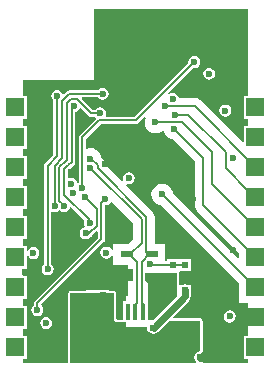
<source format=gbl>
G04 Layer_Physical_Order=4*
G04 Layer_Color=16711680*
%FSLAX44Y44*%
%MOMM*%
G71*
G01*
G75*
%ADD11R,1.1000X0.6000*%
%ADD21R,0.6000X0.5500*%
%ADD22R,0.5000X0.6500*%
%ADD29R,0.5500X0.6000*%
%ADD30C,0.2000*%
%ADD34R,1.5000X1.5000*%
%ADD35C,0.6000*%
%ADD36C,0.6000*%
%ADD37R,2.3000X1.9000*%
%ADD38R,0.4000X1.4000*%
%ADD39R,1.7750X1.9000*%
%ADD40R,1.1000X1.0000*%
G36*
X615000Y1531100D02*
X612100D01*
Y1512100D01*
X615000D01*
Y1505700D01*
X612100D01*
Y1492451D01*
X610927Y1491965D01*
X575149Y1527742D01*
X573687Y1528864D01*
X571984Y1529570D01*
X570157Y1529810D01*
X556887D01*
X556710Y1530701D01*
X555605Y1532355D01*
X553951Y1533460D01*
X552000Y1533848D01*
X550049Y1533460D01*
X548614Y1532501D01*
X547809Y1533483D01*
X569356Y1555030D01*
X570000Y1554902D01*
X571951Y1555290D01*
X573605Y1556395D01*
X574710Y1558049D01*
X575098Y1560000D01*
X574710Y1561951D01*
X573605Y1563605D01*
X571951Y1564710D01*
X570000Y1565098D01*
X568049Y1564710D01*
X566395Y1563605D01*
X565290Y1561951D01*
X564902Y1560000D01*
X565030Y1559356D01*
X519233Y1513559D01*
X495328D01*
X494799Y1514549D01*
X495187Y1516500D01*
X494799Y1518451D01*
X493694Y1520105D01*
X492040Y1521210D01*
X490089Y1521598D01*
X488138Y1521210D01*
X486484Y1520105D01*
X486119Y1519559D01*
X483767D01*
X474558Y1528768D01*
X475044Y1529941D01*
X488344D01*
X488709Y1529395D01*
X490363Y1528290D01*
X492313Y1527902D01*
X494264Y1528290D01*
X495918Y1529395D01*
X497023Y1531049D01*
X497411Y1533000D01*
X497023Y1534951D01*
X495918Y1536605D01*
X494264Y1537710D01*
X492313Y1538098D01*
X490363Y1537710D01*
X488709Y1536605D01*
X488344Y1536059D01*
X464250D01*
X464250Y1536059D01*
X463079Y1535826D01*
X462087Y1535163D01*
X462087Y1535163D01*
X459693Y1532769D01*
X458477Y1533137D01*
X458462Y1533212D01*
X457357Y1534866D01*
X455704Y1535971D01*
X453753Y1536359D01*
X451802Y1535971D01*
X450148Y1534866D01*
X449043Y1533212D01*
X448655Y1531261D01*
X449043Y1529310D01*
X450148Y1527657D01*
X450694Y1527292D01*
Y1481225D01*
X443587Y1474119D01*
X442924Y1473126D01*
X442691Y1471956D01*
X442691Y1471956D01*
Y1388470D01*
X442145Y1388105D01*
X441040Y1386451D01*
X440652Y1384500D01*
X441040Y1382549D01*
X442145Y1380895D01*
X443799Y1379790D01*
X445750Y1379402D01*
X447701Y1379790D01*
X449355Y1380895D01*
X450460Y1382549D01*
X450848Y1384500D01*
X450460Y1386451D01*
X449355Y1388105D01*
X448809Y1388470D01*
Y1432761D01*
X449799Y1433290D01*
X451750Y1432902D01*
X453701Y1433290D01*
X455355Y1434395D01*
X456145D01*
X457799Y1433290D01*
X459750Y1432902D01*
X461701Y1433290D01*
X463355Y1434395D01*
X464460Y1436049D01*
X464639Y1436951D01*
X465855Y1437320D01*
X476914Y1426260D01*
X476540Y1425701D01*
X476152Y1423750D01*
X476540Y1421799D01*
X477080Y1420992D01*
X476594Y1419818D01*
X476049Y1419710D01*
X474395Y1418605D01*
X473290Y1416951D01*
X472902Y1415000D01*
X473290Y1413049D01*
X474395Y1411395D01*
X476049Y1410290D01*
X478000Y1409902D01*
X479951Y1410290D01*
X481605Y1411395D01*
X482121Y1412167D01*
X482156Y1412174D01*
X483148Y1412837D01*
X487018Y1416707D01*
X488191Y1416221D01*
Y1411267D01*
X434837Y1357913D01*
X434174Y1356921D01*
X433941Y1355750D01*
X433941Y1355750D01*
Y1353970D01*
X433395Y1353605D01*
X432290Y1351951D01*
X431902Y1350000D01*
X432290Y1348049D01*
X433395Y1346395D01*
X435049Y1345290D01*
X437000Y1344902D01*
X438951Y1345290D01*
X440605Y1346395D01*
X441710Y1348049D01*
X442098Y1350000D01*
X441710Y1351951D01*
X440605Y1353605D01*
X440583Y1353619D01*
X440459Y1354883D01*
X493413Y1407837D01*
X494076Y1408829D01*
X494309Y1410000D01*
Y1438290D01*
X494750Y1438652D01*
X496701Y1439040D01*
X498355Y1440145D01*
X499207Y1441420D01*
X500471Y1441544D01*
X518190Y1423826D01*
Y1409924D01*
X514265Y1406000D01*
X501250D01*
Y1401082D01*
X500035Y1400713D01*
X499105Y1402105D01*
X497451Y1403210D01*
X495500Y1403598D01*
X493549Y1403210D01*
X491895Y1402105D01*
X490790Y1400451D01*
X490402Y1398500D01*
X490790Y1396549D01*
X491895Y1394895D01*
X493549Y1393790D01*
X495500Y1393402D01*
X497451Y1393790D01*
X499105Y1394895D01*
X500035Y1396287D01*
X501250Y1395918D01*
Y1388000D01*
X514015D01*
X514190Y1387825D01*
Y1361500D01*
X512000D01*
Y1357500D01*
X509500D01*
Y1341539D01*
X504932D01*
X504884Y1341780D01*
X504442Y1342442D01*
X504039Y1342711D01*
Y1364000D01*
X503884Y1364780D01*
X503442Y1365442D01*
X502780Y1365884D01*
X502000Y1366039D01*
X497500D01*
Y1367250D01*
X488500D01*
Y1366750D01*
X487750D01*
Y1366750D01*
X478250D01*
Y1366039D01*
X465000D01*
X464220Y1365884D01*
X463558Y1365442D01*
X463116Y1364780D01*
X462961Y1364000D01*
Y1305000D01*
X425000D01*
Y1308900D01*
X427900D01*
Y1327900D01*
X425000D01*
Y1334300D01*
X427900D01*
Y1353300D01*
X425000D01*
Y1359700D01*
X427900D01*
Y1378700D01*
X425000D01*
Y1385100D01*
X427900D01*
Y1395818D01*
X429115Y1396187D01*
X430145Y1394645D01*
X431799Y1393540D01*
X433750Y1393152D01*
X435701Y1393540D01*
X437355Y1394645D01*
X438460Y1396299D01*
X438848Y1398250D01*
X438460Y1400201D01*
X437355Y1401855D01*
X435701Y1402960D01*
X433750Y1403348D01*
X431799Y1402960D01*
X430145Y1401855D01*
X429115Y1400313D01*
X427900Y1400682D01*
Y1404100D01*
X425000D01*
Y1410500D01*
X427900D01*
Y1429500D01*
X425000D01*
Y1435900D01*
X427900D01*
Y1454900D01*
X425000D01*
Y1461300D01*
X427900D01*
Y1480300D01*
X425000D01*
Y1486700D01*
X427900D01*
Y1505700D01*
X425000D01*
Y1512100D01*
X427900D01*
Y1531100D01*
X425000D01*
Y1545000D01*
X485000D01*
Y1605000D01*
X615000D01*
Y1531100D01*
D02*
G37*
G36*
X528970Y1512883D02*
X528232Y1511100D01*
X527922Y1508750D01*
X528232Y1506400D01*
X529138Y1504211D01*
X530581Y1502331D01*
X532461Y1500889D01*
X534650Y1499982D01*
X537000Y1499672D01*
X539350Y1499982D01*
X541539Y1500889D01*
X542781Y1501842D01*
X543955Y1501356D01*
X543982Y1501151D01*
X544889Y1498961D01*
X546331Y1497081D01*
X548211Y1495639D01*
X550401Y1494732D01*
X551705Y1494560D01*
X570190Y1476076D01*
Y1438950D01*
X570190Y1438950D01*
X570190D01*
X570430Y1437123D01*
X571135Y1435420D01*
X572257Y1433958D01*
X608100Y1398115D01*
Y1394344D01*
X606927Y1393858D01*
X551683Y1449102D01*
X551518Y1450350D01*
X550611Y1452539D01*
X549169Y1454419D01*
X547289Y1455862D01*
X545099Y1456768D01*
X542750Y1457078D01*
X540401Y1456768D01*
X538211Y1455862D01*
X536331Y1454419D01*
X534889Y1452539D01*
X533982Y1450350D01*
X533672Y1448000D01*
X533982Y1445651D01*
X534889Y1443461D01*
X536331Y1441581D01*
X538211Y1440139D01*
X540401Y1439232D01*
X541763Y1439052D01*
X608100Y1372715D01*
Y1355700D01*
X615000D01*
Y1327900D01*
X612100D01*
Y1308900D01*
X615000D01*
Y1305000D01*
X580979D01*
X573972Y1305690D01*
X573694Y1306415D01*
D01*
X573665Y1306512D01*
Y1306613D01*
X573550Y1306890D01*
X573463Y1307177D01*
X573399Y1307255D01*
X573360Y1307348D01*
X573148Y1307560D01*
X572958Y1307792D01*
X572891Y1307828D01*
X572211Y1308845D01*
X571981Y1310000D01*
X572211Y1311155D01*
X572865Y1312135D01*
X573845Y1312789D01*
X575398Y1313098D01*
X575583Y1313175D01*
X575780Y1313214D01*
X575947Y1313326D01*
X576133Y1313403D01*
X576275Y1313544D01*
X576442Y1313656D01*
X576553Y1313823D01*
X576696Y1313965D01*
X576772Y1314151D01*
X576884Y1314318D01*
X576923Y1314515D01*
X577000Y1314700D01*
Y1314901D01*
X577039Y1315098D01*
Y1341000D01*
X576884Y1341780D01*
X576442Y1342442D01*
X575780Y1342884D01*
X575000Y1343039D01*
X552479D01*
X551993Y1344212D01*
X565605Y1357824D01*
X566710Y1359478D01*
X566710Y1359478D01*
X566710Y1359478D01*
X567098Y1361429D01*
Y1366500D01*
X567000Y1366992D01*
Y1371250D01*
X563749D01*
X562000Y1371598D01*
X560251Y1371250D01*
X557039D01*
Y1381000D01*
X556884Y1381780D01*
X556817Y1381880D01*
X557416Y1383000D01*
X566750D01*
Y1393000D01*
X557250D01*
D01*
D01*
X557250Y1393000D01*
X556750Y1393000D01*
Y1393000D01*
X547250D01*
Y1391059D01*
X545250D01*
Y1406000D01*
X536310D01*
Y1428778D01*
X536070Y1430605D01*
X535364Y1432308D01*
X534242Y1433770D01*
X512440Y1455573D01*
X513039Y1456693D01*
X514500Y1456402D01*
X516451Y1456790D01*
X518105Y1457895D01*
X519210Y1459549D01*
X519598Y1461500D01*
X519210Y1463451D01*
X518105Y1465105D01*
X516451Y1466210D01*
X514500Y1466598D01*
X512549Y1466210D01*
X510895Y1465105D01*
X509790Y1463451D01*
X509402Y1461500D01*
X509693Y1460039D01*
X508573Y1459440D01*
X494990Y1473023D01*
X494820Y1474313D01*
X494114Y1476015D01*
X492992Y1477478D01*
X490867Y1479604D01*
X490768Y1480349D01*
X489861Y1482539D01*
X488419Y1484419D01*
X486539Y1485861D01*
X484350Y1486768D01*
X482000Y1487078D01*
X479650Y1486768D01*
X479365Y1486650D01*
X478309Y1487355D01*
Y1494983D01*
X490767Y1507441D01*
X520500D01*
X520500Y1507441D01*
X521670Y1507674D01*
X522663Y1508337D01*
X527915Y1513589D01*
X528970Y1512883D01*
D02*
G37*
G36*
X480337Y1514337D02*
X480337Y1514337D01*
X481329Y1513674D01*
X482500Y1513441D01*
X482500Y1513441D01*
X486119D01*
X486484Y1512895D01*
X486581Y1511907D01*
X473087Y1498413D01*
X472424Y1497421D01*
X472191Y1496250D01*
X472191Y1496250D01*
Y1458269D01*
X471135Y1457563D01*
X470700Y1457743D01*
X470460Y1458951D01*
X469355Y1460605D01*
X467701Y1461710D01*
X465750Y1462098D01*
X463799Y1461710D01*
X462809Y1462239D01*
Y1467718D01*
X465329Y1470238D01*
X465476Y1470337D01*
X468163Y1473023D01*
X468163Y1473023D01*
X468826Y1474016D01*
X469059Y1475186D01*
X469059Y1475186D01*
Y1517613D01*
X469951Y1517790D01*
X471605Y1518895D01*
X472710Y1520549D01*
X473796Y1520878D01*
X480337Y1514337D01*
D02*
G37*
G36*
X555000Y1361500D02*
X535000Y1341500D01*
X531000D01*
Y1372250D01*
X528250Y1375000D01*
Y1381000D01*
X555000D01*
Y1361500D01*
D02*
G37*
G36*
X502000Y1341000D02*
X503000D01*
Y1339500D01*
X512000D01*
Y1335500D01*
X529492D01*
X529902Y1335001D01*
X530290Y1333050D01*
X531395Y1331396D01*
X533049Y1330291D01*
X535000Y1329903D01*
X535286Y1329960D01*
X535572Y1329903D01*
X537523Y1330291D01*
X539176Y1331396D01*
X548781Y1341000D01*
X575000D01*
Y1315098D01*
X573049Y1314710D01*
X571395Y1313605D01*
X570290Y1311951D01*
X569902Y1310000D01*
X570290Y1308049D01*
X571395Y1306395D01*
X571665Y1306215D01*
X571296Y1305000D01*
X465000D01*
Y1364000D01*
X502000D01*
Y1341000D01*
D02*
G37*
%LPC*%
G36*
X582500Y1555098D02*
X580549Y1554710D01*
X578895Y1553605D01*
X577790Y1551951D01*
X577402Y1550000D01*
X577790Y1548049D01*
X578895Y1546395D01*
X580549Y1545290D01*
X582500Y1544902D01*
X584451Y1545290D01*
X586105Y1546395D01*
X587210Y1548049D01*
X587598Y1550000D01*
X587210Y1551951D01*
X586105Y1553605D01*
X584451Y1554710D01*
X582500Y1555098D01*
D02*
G37*
G36*
X596250Y1523848D02*
X594299Y1523460D01*
X592645Y1522355D01*
X591540Y1520701D01*
X591152Y1518750D01*
X591540Y1516799D01*
X592645Y1515145D01*
X594299Y1514040D01*
X596250Y1513652D01*
X598201Y1514040D01*
X599855Y1515145D01*
X600960Y1516799D01*
X601348Y1518750D01*
X600960Y1520701D01*
X599855Y1522355D01*
X598201Y1523460D01*
X596250Y1523848D01*
D02*
G37*
G36*
X444500Y1344098D02*
X442549Y1343710D01*
X440895Y1342605D01*
X439790Y1340951D01*
X439402Y1339000D01*
X439790Y1337049D01*
X440895Y1335395D01*
X442549Y1334290D01*
X444500Y1333902D01*
X446451Y1334290D01*
X448105Y1335395D01*
X449210Y1337049D01*
X449598Y1339000D01*
X449210Y1340951D01*
X448105Y1342605D01*
X446451Y1343710D01*
X444500Y1344098D01*
D02*
G37*
G36*
X600000Y1349598D02*
X598049Y1349210D01*
X596395Y1348105D01*
X595290Y1346451D01*
X594902Y1344500D01*
X595290Y1342549D01*
X596395Y1340895D01*
X598049Y1339790D01*
X600000Y1339402D01*
X601951Y1339790D01*
X603605Y1340895D01*
X604710Y1342549D01*
X605098Y1344500D01*
X604710Y1346451D01*
X603605Y1348105D01*
X601951Y1349210D01*
X600000Y1349598D01*
D02*
G37*
%LPD*%
D11*
X512750Y1397000D02*
D03*
X533750D02*
D03*
Y1378000D02*
D03*
D21*
X552000Y1366500D02*
D03*
X562000D02*
D03*
D22*
X493000Y1371500D02*
D03*
Y1362000D02*
D03*
D29*
X562000Y1388000D02*
D03*
Y1378000D02*
D03*
X483000Y1361750D02*
D03*
Y1371750D02*
D03*
X552000Y1378000D02*
D03*
Y1388000D02*
D03*
D30*
X482000Y1470000D02*
X525250Y1426750D01*
Y1407000D02*
Y1426750D01*
X515250Y1397000D02*
X525250Y1407000D01*
X529250Y1399000D02*
Y1428778D01*
X488000Y1470028D02*
X529250Y1428778D01*
Y1399000D02*
X531250Y1397000D01*
X491250Y1440250D02*
X494750Y1443750D01*
X491250Y1410000D02*
Y1440250D01*
X477250Y1445750D02*
X487250Y1435750D01*
Y1421265D02*
Y1435750D01*
X480985Y1415000D02*
X487250Y1421265D01*
X478000Y1415000D02*
X480985D01*
X481250Y1423750D02*
Y1426250D01*
X459750Y1447750D02*
X481250Y1426250D01*
X459750Y1447750D02*
Y1468985D01*
X459750Y1438000D02*
Y1438485D01*
X455750Y1442485D02*
X459750Y1438485D01*
X445750Y1471956D02*
X453753Y1479958D01*
X445750Y1384500D02*
Y1471956D01*
X455750Y1442485D02*
Y1470642D01*
X532750Y1388750D02*
X533500Y1388000D01*
X552000D01*
X515000Y1397000D02*
X521250Y1390750D01*
Y1356000D02*
Y1390750D01*
X525250D02*
X531500Y1397000D01*
X525250Y1356000D02*
Y1390750D01*
X451750Y1472299D02*
X458000Y1478549D01*
X451750Y1438000D02*
Y1472299D01*
X455750Y1470642D02*
X461608Y1476500D01*
X459750Y1468985D02*
X463265Y1472500D01*
X453753Y1479958D02*
Y1531261D01*
X462000Y1476843D02*
Y1524985D01*
X461657Y1476500D02*
X462000Y1476843D01*
Y1524985D02*
X465515Y1528500D01*
X458000Y1478549D02*
Y1526750D01*
X466000Y1475186D02*
Y1520500D01*
X461608Y1476500D02*
X461657D01*
X463314Y1472500D02*
X466000Y1475186D01*
X463265Y1472500D02*
X463314D01*
X458000Y1526750D02*
X464250Y1533000D01*
X466000Y1520500D02*
X468000Y1522500D01*
X464250Y1533000D02*
X492313D01*
X465515Y1528500D02*
X470500D01*
X482500Y1516500D01*
X490089D01*
X475250Y1453500D02*
Y1496250D01*
X490089Y1516500D02*
X490089Y1516500D01*
X520500Y1510500D02*
X570000Y1560000D01*
X489500Y1510500D02*
X520500D01*
X475250Y1496250D02*
X489500Y1510500D01*
X552000Y1388000D02*
X562000D01*
X564500Y1515500D02*
X596500Y1483500D01*
X553500Y1515500D02*
X564500D01*
X585000Y1456600D02*
Y1483750D01*
X559250Y1509500D02*
X585000Y1483750D01*
X537750Y1509500D02*
X559250D01*
X585000Y1456600D02*
X621600Y1420000D01*
X570157Y1522750D02*
X621600Y1471307D01*
X545000Y1522750D02*
X570157D01*
X577250Y1438950D02*
Y1479000D01*
X552750Y1503500D02*
X577250Y1479000D01*
X537000Y1508750D02*
X537750Y1509500D01*
X577250Y1438950D02*
X621600Y1394600D01*
X542775Y1448025D02*
X621600Y1369200D01*
X515000Y1397000D02*
X515250D01*
X512750D02*
X515000D01*
X520000Y1348500D02*
Y1354750D01*
X521250Y1356000D01*
X525250D02*
X526500Y1354750D01*
Y1348500D02*
Y1354750D01*
X531500Y1397000D02*
X533750D01*
X531250D02*
X531500D01*
X488000Y1470028D02*
Y1472485D01*
X482000Y1478000D02*
X482485D01*
X488000Y1472485D01*
X437000Y1355750D02*
X491250Y1410000D01*
X437000Y1350000D02*
Y1355750D01*
X437000Y1350000D02*
X437000Y1350000D01*
X596500Y1470250D02*
Y1483500D01*
Y1470250D02*
X615600Y1451150D01*
D34*
X418400Y1496200D02*
D03*
Y1318400D02*
D03*
Y1343800D02*
D03*
Y1369200D02*
D03*
Y1394600D02*
D03*
Y1420000D02*
D03*
Y1445400D02*
D03*
Y1470800D02*
D03*
Y1521600D02*
D03*
X621600Y1470800D02*
D03*
Y1445400D02*
D03*
Y1420000D02*
D03*
Y1394600D02*
D03*
Y1369200D02*
D03*
Y1343800D02*
D03*
Y1318400D02*
D03*
Y1496200D02*
D03*
Y1521600D02*
D03*
D35*
X525000Y1473500D02*
D03*
X509500D02*
D03*
X494000D02*
D03*
X525000Y1489000D02*
D03*
X509500D02*
D03*
X494000D02*
D03*
X525000Y1504500D02*
D03*
X509500D02*
D03*
X494000D02*
D03*
X467000Y1449000D02*
D03*
X494750Y1443750D02*
D03*
X433750Y1398250D02*
D03*
X445750Y1384500D02*
D03*
X459750Y1438000D02*
D03*
X481250Y1423750D02*
D03*
X478000Y1415000D02*
D03*
X453753Y1531261D02*
D03*
X492313Y1533000D02*
D03*
X465750Y1466500D02*
D03*
X444750Y1486000D02*
D03*
X477250Y1445750D02*
D03*
X465750Y1457000D02*
D03*
X475250Y1453500D02*
D03*
X468000Y1522500D02*
D03*
X475000Y1540000D02*
D03*
X490000Y1552000D02*
D03*
X490089Y1516500D02*
D03*
X445000Y1540000D02*
D03*
X451750Y1438000D02*
D03*
X532750Y1388750D02*
D03*
X496000Y1379000D02*
D03*
X514500Y1461500D02*
D03*
X610000Y1549000D02*
D03*
Y1566000D02*
D03*
Y1583000D02*
D03*
X520000Y1592000D02*
D03*
X505000D02*
D03*
Y1600000D02*
D03*
X520000D02*
D03*
X535000D02*
D03*
X550000D02*
D03*
X565000D02*
D03*
X580000D02*
D03*
X595000D02*
D03*
X610000D02*
D03*
X582500Y1550000D02*
D03*
X570000Y1560000D02*
D03*
X490000Y1600000D02*
D03*
Y1592000D02*
D03*
Y1564000D02*
D03*
X460000Y1540000D02*
D03*
X430000D02*
D03*
X596250Y1518750D02*
D03*
X553750Y1481500D02*
D03*
X584250Y1524500D02*
D03*
X552750Y1503500D02*
D03*
X553500Y1515500D02*
D03*
X545000Y1522750D02*
D03*
X537000Y1508750D02*
D03*
X542750Y1448000D02*
D03*
X569250Y1443750D02*
D03*
X602500Y1478750D02*
D03*
X585500Y1327500D02*
D03*
X575000Y1310000D02*
D03*
X535000Y1335001D02*
D03*
X444500Y1339000D02*
D03*
X482000Y1470000D02*
D03*
Y1478000D02*
D03*
X455000Y1355000D02*
D03*
X495500Y1398500D02*
D03*
X510000Y1418750D02*
D03*
X570500Y1367000D02*
D03*
X589500D02*
D03*
X561500Y1401000D02*
D03*
X489750Y1348250D02*
D03*
X600000Y1310000D02*
D03*
X435000D02*
D03*
X455000D02*
D03*
X603000Y1401000D02*
D03*
X552000Y1528750D02*
D03*
X509250Y1565250D02*
D03*
X524250Y1566500D02*
D03*
X524000Y1540000D02*
D03*
Y1550000D02*
D03*
X521000Y1578500D02*
D03*
X489504Y1541012D02*
D03*
X432000Y1471000D02*
D03*
X462000Y1411000D02*
D03*
X427000Y1382000D02*
D03*
X437000Y1350000D02*
D03*
X600000Y1344500D02*
D03*
D36*
X562000Y1361429D02*
Y1366500D01*
X535572Y1335001D02*
X562000Y1361429D01*
D37*
X482500Y1320000D02*
D03*
X557500D02*
D03*
D38*
X507000Y1348500D02*
D03*
X513500D02*
D03*
X520000D02*
D03*
X526500D02*
D03*
X533000D02*
D03*
D39*
X508375Y1320000D02*
D03*
X531625D02*
D03*
D40*
X512750Y1380000D02*
D03*
M02*

</source>
